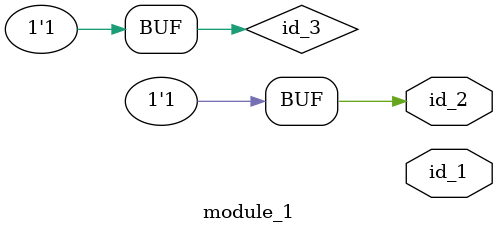
<source format=v>
module module_0 (
    id_1,
    id_2,
    id_3,
    id_4,
    id_5,
    id_6
);
  input wire id_6;
  inout wire id_5;
  inout wire id_4;
  input wire id_3;
  output wire id_2;
  output wire id_1;
  assign id_1 = (id_3);
  assign id_4 = id_6;
  wire id_7 = -1;
  wire id_8;
  wire id_9;
endmodule
module module_1 (
    id_1,
    id_2
);
  output wire id_2;
  output wire id_1;
  assign id_2 = id_3;
  wire id_4;
  module_0 modCall_1 (
      id_4,
      id_4,
      id_4,
      id_4,
      id_4,
      id_4
  );
  always id_3 <= 1;
endmodule

</source>
